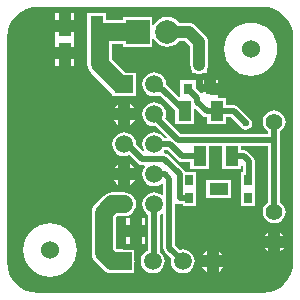
<source format=gtl>
G04 Layer_Physical_Order=1*
G04 Layer_Color=255*
%FSAX44Y44*%
%MOMM*%
G71*
G01*
G75*
%ADD10R,1.1000X1.7000*%
%ADD11R,0.8000X0.9000*%
%ADD12R,1.6000X1.0000*%
%ADD13R,0.6500X0.9000*%
%ADD14C,0.5080*%
%ADD15C,1.5000*%
%ADD16C,1.0000*%
%ADD17R,0.5080X0.6976*%
%ADD18C,2.0000*%
%ADD19R,2.0000X2.0000*%
%ADD20C,1.5000*%
%ADD21R,1.5000X1.5000*%
%ADD22C,1.4000*%
%ADD23C,1.5240*%
%ADD24R,1.5000X1.5000*%
%ADD25C,0.6000*%
G36*
X00325117Y00445725D02*
X00330037Y00444233D01*
X00334572Y00441809D01*
X00338547Y00438547D01*
X00341809Y00434572D01*
X00344233Y00430037D01*
X00345725Y00425117D01*
X00346205Y00420246D01*
X00346156Y00420000D01*
Y00231262D01*
X00346156Y00231252D01*
X00346156Y00230000D01*
X00346106Y00228751D01*
X00345725Y00224883D01*
X00344233Y00219963D01*
X00341809Y00215428D01*
X00338547Y00211453D01*
X00334572Y00208191D01*
X00330037Y00205767D01*
X00325117Y00204275D01*
X00320246Y00203795D01*
X00320000Y00203844D01*
X00130000D01*
X00129754Y00203795D01*
X00124883Y00204275D01*
X00119963Y00205767D01*
X00115428Y00208191D01*
X00111453Y00211453D01*
X00108191Y00215428D01*
X00105767Y00219963D01*
X00104275Y00224883D01*
X00103795Y00229754D01*
X00103844Y00230000D01*
Y00420000D01*
X00103795Y00420246D01*
X00104275Y00425117D01*
X00105767Y00430037D01*
X00108191Y00434572D01*
X00111453Y00438547D01*
X00115428Y00441809D01*
X00119963Y00444233D01*
X00124883Y00445725D01*
X00129754Y00446205D01*
X00130000Y00446156D01*
X00320000D01*
X00320246Y00446205D01*
X00325117Y00445725D01*
D02*
G37*
%LPC*%
G36*
X00324870Y00255178D02*
X00323066Y00253794D01*
X00321682Y00251990D01*
X00324870D01*
Y00255178D01*
D02*
G37*
G36*
X00334870D02*
Y00251990D01*
X00338058D01*
X00336674Y00253794D01*
X00334870Y00255178D01*
D02*
G37*
G36*
X00207560Y00250880D02*
X00204520D01*
Y00244840D01*
X00207560D01*
Y00250880D01*
D02*
G37*
G36*
X00220600D02*
X00217560D01*
Y00244840D01*
X00220600D01*
Y00250880D01*
D02*
G37*
G36*
X00293380Y00298940D02*
X00272380D01*
Y00283940D01*
X00293380D01*
Y00298940D01*
D02*
G37*
G36*
X00197870Y00299140D02*
X00194074D01*
X00194100Y00299077D01*
X00195709Y00296979D01*
X00197807Y00295370D01*
X00197870Y00295344D01*
Y00299140D01*
D02*
G37*
G36*
X00207560Y00266920D02*
X00204520D01*
Y00260880D01*
X00207560D01*
Y00266920D01*
D02*
G37*
G36*
X00220600D02*
X00217560D01*
Y00260880D01*
X00220600D01*
Y00266920D01*
D02*
G37*
G36*
X00272800Y00225480D02*
X00269004D01*
X00269030Y00225417D01*
X00270639Y00223319D01*
X00272737Y00221710D01*
X00272800Y00221684D01*
Y00225480D01*
D02*
G37*
G36*
X00286596D02*
X00282800D01*
Y00221684D01*
X00282863Y00221710D01*
X00284961Y00223319D01*
X00286570Y00225417D01*
X00286596Y00225480D01*
D02*
G37*
G36*
X00140000Y00262609D02*
X00135589Y00262174D01*
X00131348Y00260888D01*
X00127439Y00258799D01*
X00124013Y00255987D01*
X00121201Y00252561D01*
X00119112Y00248652D01*
X00117826Y00244411D01*
X00117391Y00240000D01*
X00117826Y00235589D01*
X00119112Y00231348D01*
X00121201Y00227439D01*
X00124013Y00224013D01*
X00127439Y00221201D01*
X00131348Y00219112D01*
X00135589Y00217826D01*
X00140000Y00217391D01*
X00144411Y00217826D01*
X00148652Y00219112D01*
X00152561Y00221201D01*
X00155987Y00224013D01*
X00158799Y00227439D01*
X00160888Y00231348D01*
X00162174Y00235589D01*
X00162609Y00240000D01*
X00162174Y00244411D01*
X00160888Y00248652D01*
X00158799Y00252561D01*
X00155987Y00255987D01*
X00152561Y00258799D01*
X00148652Y00260888D01*
X00144411Y00262174D01*
X00140000Y00262609D01*
D02*
G37*
G36*
X00202870Y00288826D02*
X00192784D01*
X00190173Y00288483D01*
X00187741Y00287475D01*
X00185652Y00285872D01*
X00178428Y00278648D01*
X00176825Y00276559D01*
X00175817Y00274127D01*
X00175474Y00271516D01*
Y00255880D01*
Y00237630D01*
X00175817Y00235019D01*
X00176825Y00232587D01*
X00178428Y00230498D01*
X00185578Y00223348D01*
X00187667Y00221745D01*
X00190100Y00220737D01*
X00191600Y00220540D01*
Y00220480D01*
X00192055D01*
X00192710Y00220394D01*
X00201600D01*
X00202255Y00220480D01*
X00211600D01*
Y00229825D01*
X00211686Y00230480D01*
X00211600Y00231135D01*
Y00240480D01*
X00202255D01*
X00201600Y00240566D01*
X00196888D01*
X00195646Y00241808D01*
Y00255880D01*
Y00267338D01*
X00196962Y00268654D01*
X00202870D01*
X00205480Y00268997D01*
X00207913Y00270005D01*
X00210002Y00271608D01*
X00211605Y00273697D01*
X00212613Y00276129D01*
X00212956Y00278740D01*
X00212613Y00281350D01*
X00211605Y00283783D01*
X00210002Y00285872D01*
X00207913Y00287475D01*
X00205480Y00288483D01*
X00202870Y00288826D01*
D02*
G37*
G36*
X00324870Y00241990D02*
X00321682D01*
X00323066Y00240186D01*
X00324870Y00238802D01*
Y00241990D01*
D02*
G37*
G36*
X00338058D02*
X00334870D01*
Y00238802D01*
X00336674Y00240186D01*
X00338058Y00241990D01*
D02*
G37*
G36*
X00272800Y00239276D02*
X00272737Y00239250D01*
X00270639Y00237641D01*
X00269030Y00235543D01*
X00269004Y00235480D01*
X00272800D01*
Y00239276D01*
D02*
G37*
G36*
X00282800D02*
Y00235480D01*
X00286596D01*
X00286570Y00235543D01*
X00284961Y00237641D01*
X00282863Y00239250D01*
X00282800Y00239276D01*
D02*
G37*
G36*
X00211666Y00299140D02*
X00207870D01*
Y00295344D01*
X00207933Y00295370D01*
X00210031Y00296979D01*
X00211640Y00299077D01*
X00211666Y00299140D01*
D02*
G37*
G36*
X00187540Y00440870D02*
X00171540D01*
Y00418870D01*
X00171540D01*
Y00418010D01*
X00171540D01*
Y00396010D01*
X00172166D01*
X00172337Y00394710D01*
X00173345Y00392277D01*
X00174948Y00390188D01*
X00191928Y00373208D01*
X00192870Y00372485D01*
Y00370340D01*
X00198405D01*
X00199060Y00370254D01*
X00202870D01*
X00203525Y00370340D01*
X00212870D01*
Y00379685D01*
X00212956Y00380340D01*
X00212870Y00380995D01*
Y00390340D01*
X00203525D01*
X00203294Y00390370D01*
X00192166Y00401498D01*
Y00414704D01*
X00201800D01*
Y00412290D01*
X00226800D01*
Y00418985D01*
X00228070Y00419238D01*
X00228381Y00418486D01*
X00230385Y00415875D01*
X00232996Y00413871D01*
X00236037Y00412612D01*
X00239300Y00412182D01*
X00242563Y00412612D01*
X00245604Y00413871D01*
X00248215Y00415875D01*
X00249251Y00417225D01*
X00254347D01*
X00258805Y00412767D01*
Y00396690D01*
X00259063Y00394732D01*
X00259819Y00392908D01*
X00259870Y00392841D01*
Y00389690D01*
X00263671D01*
X00264412Y00389383D01*
X00266370Y00389125D01*
X00268328Y00389383D01*
X00269069Y00389690D01*
X00272870D01*
Y00392841D01*
X00272921Y00392908D01*
X00273677Y00394732D01*
X00273935Y00396690D01*
Y00415900D01*
X00273935Y00415900D01*
X00273677Y00417858D01*
X00272921Y00419682D01*
X00271719Y00421249D01*
X00271719Y00421249D01*
X00262829Y00430139D01*
X00261262Y00431341D01*
X00259438Y00432097D01*
X00257480Y00432355D01*
X00249251D01*
X00248215Y00433705D01*
X00245604Y00435709D01*
X00242563Y00436968D01*
X00239300Y00437398D01*
X00236037Y00436968D01*
X00232996Y00435709D01*
X00230385Y00433705D01*
X00228381Y00431094D01*
X00228070Y00430342D01*
X00226800Y00430595D01*
Y00437290D01*
X00201800D01*
Y00434876D01*
X00187630D01*
X00187540Y00434955D01*
Y00440870D01*
D02*
G37*
G36*
X00147540Y00402010D02*
X00144500D01*
Y00395970D01*
X00147540D01*
Y00402010D01*
D02*
G37*
G36*
X00282410Y00383730D02*
X00280870D01*
Y00381690D01*
X00282410D01*
Y00383730D01*
D02*
G37*
G36*
X00310000Y00432609D02*
X00305589Y00432174D01*
X00301348Y00430888D01*
X00297439Y00428799D01*
X00294013Y00425987D01*
X00291201Y00422561D01*
X00289112Y00418652D01*
X00287826Y00414411D01*
X00287391Y00410000D01*
X00287826Y00405589D01*
X00289112Y00401348D01*
X00291201Y00397439D01*
X00294013Y00394013D01*
X00297439Y00391202D01*
X00301348Y00389112D01*
X00305589Y00387826D01*
X00310000Y00387391D01*
X00314411Y00387826D01*
X00318652Y00389112D01*
X00322561Y00391202D01*
X00325987Y00394013D01*
X00328799Y00397439D01*
X00330888Y00401348D01*
X00332174Y00405589D01*
X00332609Y00410000D01*
X00332174Y00414411D01*
X00330888Y00418652D01*
X00328799Y00422561D01*
X00325987Y00425987D01*
X00322561Y00428799D01*
X00318652Y00430888D01*
X00314411Y00432174D01*
X00310000Y00432609D01*
D02*
G37*
G36*
X00147540Y00440910D02*
X00144500D01*
Y00434870D01*
X00147540D01*
Y00440910D01*
D02*
G37*
G36*
X00160580D02*
X00157540D01*
Y00434870D01*
X00160580D01*
Y00440910D01*
D02*
G37*
G36*
Y00402010D02*
X00157540D01*
Y00395970D01*
X00160580D01*
Y00402010D01*
D02*
G37*
G36*
Y00424870D02*
X00152540D01*
X00144500D01*
Y00419320D01*
X00144500Y00418050D01*
X00144500Y00417560D01*
Y00412010D01*
X00152540D01*
X00160580D01*
Y00417560D01*
X00160580Y00418830D01*
X00160580Y00419320D01*
Y00424870D01*
D02*
G37*
G36*
X00228270Y00365026D02*
X00225660Y00364683D01*
X00223227Y00363675D01*
X00221138Y00362072D01*
X00219535Y00359983D01*
X00218527Y00357551D01*
X00218184Y00354940D01*
X00218527Y00352329D01*
X00219535Y00349897D01*
X00221138Y00347808D01*
X00223227Y00346205D01*
X00225660Y00345197D01*
X00228270Y00344854D01*
X00229639Y00345034D01*
X00238821Y00335852D01*
X00238335Y00334679D01*
X00236932D01*
X00235402Y00336672D01*
X00233313Y00338275D01*
X00230881Y00339283D01*
X00228270Y00339626D01*
X00225660Y00339283D01*
X00223227Y00338275D01*
X00221138Y00336672D01*
X00219535Y00334583D01*
X00218527Y00332150D01*
X00218184Y00329540D01*
X00218527Y00326930D01*
X00219535Y00324497D01*
X00219597Y00324417D01*
X00218640Y00323578D01*
X00212924Y00329293D01*
X00212956Y00329540D01*
X00212613Y00332150D01*
X00211605Y00334583D01*
X00210002Y00336672D01*
X00207913Y00338275D01*
X00205480Y00339283D01*
X00202870Y00339626D01*
X00200259Y00339283D01*
X00197827Y00338275D01*
X00195738Y00336672D01*
X00194135Y00334583D01*
X00193127Y00332150D01*
X00192784Y00329540D01*
X00193127Y00326930D01*
X00194135Y00324497D01*
X00195738Y00322408D01*
X00197827Y00320805D01*
X00200259Y00319797D01*
X00202870Y00319454D01*
X00205480Y00319797D01*
X00207181Y00320502D01*
X00214316Y00313366D01*
X00215984Y00312252D01*
X00217950Y00311861D01*
X00219989D01*
X00220616Y00310591D01*
X00219535Y00309183D01*
X00218527Y00306751D01*
X00218184Y00304140D01*
X00218527Y00301530D01*
X00219535Y00299097D01*
X00221138Y00297008D01*
X00223227Y00295405D01*
X00225660Y00294397D01*
X00228270Y00294054D01*
X00230881Y00294397D01*
X00233313Y00295405D01*
X00234561Y00296363D01*
X00235831Y00295737D01*
Y00287143D01*
X00234561Y00286517D01*
X00233313Y00287475D01*
X00230881Y00288483D01*
X00228270Y00288826D01*
X00225660Y00288483D01*
X00223227Y00287475D01*
X00221138Y00285872D01*
X00219535Y00283783D01*
X00218527Y00281350D01*
X00218184Y00278740D01*
X00218527Y00276129D01*
X00219535Y00273697D01*
X00221138Y00271608D01*
X00223131Y00270078D01*
Y00239701D01*
X00221957Y00239215D01*
X00219868Y00237612D01*
X00218265Y00235523D01*
X00217257Y00233090D01*
X00216914Y00230480D01*
X00217257Y00227869D01*
X00218265Y00225437D01*
X00219868Y00223348D01*
X00221957Y00221745D01*
X00224389Y00220737D01*
X00227000Y00220394D01*
X00229611Y00220737D01*
X00232043Y00221745D01*
X00234132Y00223348D01*
X00235735Y00225437D01*
X00236743Y00227869D01*
X00237086Y00230480D01*
X00236743Y00233090D01*
X00235735Y00235523D01*
X00234132Y00237612D01*
X00233409Y00238167D01*
Y00270078D01*
X00234561Y00270963D01*
X00235831Y00270336D01*
Y00241910D01*
X00236222Y00239944D01*
X00237336Y00238276D01*
X00242642Y00232971D01*
X00242314Y00230480D01*
X00242657Y00227869D01*
X00243665Y00225437D01*
X00245268Y00223348D01*
X00247357Y00221745D01*
X00249790Y00220737D01*
X00252400Y00220394D01*
X00255011Y00220737D01*
X00257443Y00221745D01*
X00259532Y00223348D01*
X00261135Y00225437D01*
X00262143Y00227869D01*
X00262486Y00230480D01*
X00262143Y00233090D01*
X00261135Y00235523D01*
X00259532Y00237612D01*
X00257443Y00239215D01*
X00255011Y00240223D01*
X00252400Y00240566D01*
X00249909Y00240238D01*
X00246109Y00244039D01*
Y00278738D01*
X00247379Y00279416D01*
X00247894Y00279072D01*
X00249860Y00278681D01*
X00252380D01*
Y00276940D01*
X00263880D01*
Y00290940D01*
X00263880D01*
Y00291940D01*
X00263880D01*
Y00305940D01*
X00254625D01*
X00254588Y00306126D01*
X00253474Y00307794D01*
X00240634Y00320634D01*
X00238967Y00321748D01*
X00237000Y00322139D01*
X00236796D01*
X00236170Y00323409D01*
X00236932Y00324401D01*
X00239552D01*
X00248207Y00315746D01*
X00249874Y00314632D01*
X00251840Y00314241D01*
X00258840D01*
Y00308380D01*
X00274840D01*
Y00328211D01*
X00285840D01*
Y00308380D01*
X00301840D01*
Y00311453D01*
X00303110Y00312132D01*
X00303141Y00312111D01*
Y00305940D01*
X00301880D01*
Y00292210D01*
X00301880Y00291940D01*
Y00290940D01*
X00301880Y00290670D01*
Y00276940D01*
X00313380D01*
Y00290670D01*
X00313380Y00290940D01*
Y00291940D01*
X00313380Y00292210D01*
Y00299395D01*
X00313419Y00299590D01*
Y00315570D01*
X00313028Y00317537D01*
X00311914Y00319204D01*
X00308104Y00323014D01*
X00306437Y00324128D01*
X00304470Y00324519D01*
X00301840D01*
Y00328211D01*
X00324731D01*
Y00280421D01*
X00323095Y00279165D01*
X00321572Y00277181D01*
X00320615Y00274870D01*
X00320288Y00272390D01*
X00320615Y00269910D01*
X00321572Y00267599D01*
X00323095Y00265615D01*
X00325079Y00264092D01*
X00327390Y00263135D01*
X00329870Y00262808D01*
X00332350Y00263135D01*
X00334661Y00264092D01*
X00336646Y00265615D01*
X00338168Y00267599D01*
X00339126Y00269910D01*
X00339452Y00272390D01*
X00339126Y00274870D01*
X00338168Y00277181D01*
X00336646Y00279165D01*
X00335009Y00280421D01*
Y00333350D01*
Y00340559D01*
X00336646Y00341815D01*
X00338168Y00343799D01*
X00339126Y00346110D01*
X00339452Y00348590D01*
X00339126Y00351070D01*
X00338168Y00353381D01*
X00336646Y00355365D01*
X00334661Y00356888D01*
X00332350Y00357845D01*
X00329870Y00358172D01*
X00327390Y00357845D01*
X00325079Y00356888D01*
X00323095Y00355365D01*
X00321572Y00353381D01*
X00320615Y00351070D01*
X00320288Y00348590D01*
X00320615Y00346110D01*
X00321572Y00343799D01*
X00323095Y00341815D01*
X00324731Y00340559D01*
Y00338489D01*
X00250718D01*
X00237680Y00351527D01*
X00238013Y00352329D01*
X00238356Y00354940D01*
X00238013Y00357551D01*
X00237005Y00359983D01*
X00235402Y00362072D01*
X00233313Y00363675D01*
X00230881Y00364683D01*
X00228270Y00365026D01*
D02*
G37*
G36*
Y00390426D02*
X00225660Y00390083D01*
X00223227Y00389075D01*
X00221138Y00387472D01*
X00219535Y00385383D01*
X00218527Y00382951D01*
X00218184Y00380340D01*
X00218527Y00377729D01*
X00219535Y00375297D01*
X00221138Y00373208D01*
X00223227Y00371605D01*
X00225660Y00370597D01*
X00228270Y00370254D01*
X00230881Y00370597D01*
X00232797Y00371391D01*
X00232962D01*
X00246140Y00358213D01*
Y00346480D01*
X00262140D01*
Y00359133D01*
X00263313Y00359619D01*
X00269086Y00353846D01*
X00270753Y00352732D01*
X00272720Y00352341D01*
X00273140D01*
Y00346480D01*
X00289140D01*
Y00352341D01*
X00293451D01*
X00300544Y00345248D01*
X00300559Y00345174D01*
X00301775Y00343355D01*
X00303594Y00342139D01*
X00305740Y00341712D01*
X00307886Y00342139D01*
X00309705Y00343355D01*
X00310921Y00345174D01*
X00311348Y00347320D01*
X00310921Y00349466D01*
X00309705Y00351285D01*
X00307886Y00352501D01*
X00307812Y00352516D01*
X00299214Y00361114D01*
X00297547Y00362228D01*
X00295580Y00362619D01*
X00289140D01*
Y00368480D01*
X00282651D01*
X00282410Y00369650D01*
X00282410D01*
Y00371690D01*
X00275870D01*
Y00376690D01*
X00270870D01*
Y00383730D01*
X00269330D01*
Y00373126D01*
X00268060Y00372767D01*
X00263370Y00377457D01*
Y00383690D01*
X00250370D01*
Y00370313D01*
X00249100Y00369787D01*
X00238724Y00380164D01*
X00238346Y00380416D01*
X00238013Y00382951D01*
X00237005Y00385383D01*
X00235402Y00387472D01*
X00233313Y00389075D01*
X00230881Y00390083D01*
X00228270Y00390426D01*
D02*
G37*
G36*
X00197870Y00312936D02*
X00197807Y00312910D01*
X00195709Y00311301D01*
X00194100Y00309203D01*
X00194074Y00309140D01*
X00197870D01*
Y00312936D01*
D02*
G37*
G36*
X00207870D02*
Y00309140D01*
X00211666D01*
X00211640Y00309203D01*
X00210031Y00311301D01*
X00207933Y00312910D01*
X00207870Y00312936D01*
D02*
G37*
G36*
X00197870Y00363736D02*
X00197807Y00363710D01*
X00195709Y00362101D01*
X00194100Y00360003D01*
X00194074Y00359940D01*
X00197870D01*
Y00363736D01*
D02*
G37*
G36*
X00207870D02*
Y00359940D01*
X00211666D01*
X00211640Y00360003D01*
X00210031Y00362101D01*
X00207933Y00363710D01*
X00207870Y00363736D01*
D02*
G37*
G36*
X00197870Y00349940D02*
X00194074D01*
X00194100Y00349877D01*
X00195709Y00347779D01*
X00197807Y00346170D01*
X00197870Y00346144D01*
Y00349940D01*
D02*
G37*
G36*
X00211666D02*
X00207870D01*
Y00346144D01*
X00207933Y00346170D01*
X00210031Y00347779D01*
X00211640Y00349877D01*
X00211666Y00349940D01*
D02*
G37*
%LPD*%
D10*
X00281140Y00357480D02*
D03*
X00254140D02*
D03*
X00185560Y00255880D02*
D03*
X00212560D02*
D03*
X00179540Y00429870D02*
D03*
X00152540D02*
D03*
X00179540Y00407010D02*
D03*
X00152540D02*
D03*
X00266840Y00319380D02*
D03*
X00293840D02*
D03*
D11*
X00256870Y00376690D02*
D03*
X00275870D02*
D03*
X00266370Y00396690D02*
D03*
D12*
X00282880Y00291440D02*
D03*
D13*
X00258130Y00298940D02*
D03*
Y00283940D02*
D03*
X00307630Y00298940D02*
D03*
Y00283940D02*
D03*
D14*
X00235090Y00376530D02*
X00254140Y00357480D01*
X00228270Y00376530D02*
X00235090D01*
X00264680Y00365520D02*
Y00368880D01*
Y00365520D02*
X00272720Y00357480D01*
X00281140D01*
X00248590Y00333350D02*
X00329870D01*
X00230810Y00351130D02*
X00248590Y00333350D01*
X00228270Y00351130D02*
X00230810D01*
X00329870Y00333350D02*
Y00348590D01*
Y00272390D02*
Y00333350D01*
X00256870Y00376690D02*
X00264680Y00368880D01*
X00228270Y00231750D02*
Y00274930D01*
X00227000Y00230480D02*
X00228270Y00231750D01*
X00281140Y00357480D02*
X00295580D01*
X00305740Y00347320D01*
X00228270Y00304140D02*
X00237160D01*
X00228270Y00329540D02*
X00241680D01*
X00202870D02*
X00205410D01*
X00217950Y00317000D01*
X00237000D01*
X00241680Y00329540D02*
X00251840Y00319380D01*
X00266840D01*
X00293840D02*
X00304470D01*
X00308280Y00315570D01*
Y00299590D02*
Y00315570D01*
X00307630Y00298940D02*
X00308280Y00299590D01*
X00240970Y00241910D02*
X00252400Y00230480D01*
X00240970Y00241910D02*
Y00300330D01*
X00237160Y00304140D02*
X00240970Y00300330D01*
X00237000Y00317000D02*
X00249840Y00304160D01*
Y00292332D02*
Y00304160D01*
Y00292332D02*
X00249860Y00292312D01*
Y00283820D02*
Y00292312D01*
Y00283820D02*
X00258010D01*
X00258130Y00283940D01*
D15*
X00182080Y00419240D02*
X00187630Y00424790D01*
X00214300D01*
X00185560Y00237630D02*
Y00255880D01*
Y00237630D02*
X00192710Y00230480D01*
X00201600D01*
X00199060Y00380340D02*
X00202870D01*
X00182080Y00397320D02*
X00199060Y00380340D01*
X00182080Y00397320D02*
Y00419240D01*
X00185560Y00255880D02*
Y00271516D01*
X00192784Y00278740D01*
X00202870D01*
D16*
X00239300Y00424790D02*
X00257480D01*
X00266370Y00415900D01*
Y00396690D02*
Y00415900D01*
D17*
X00270180Y00376852D02*
D03*
D18*
X00239300Y00424790D02*
D03*
D19*
X00214300D02*
D03*
D20*
X00227000Y00230480D02*
D03*
X00252400D02*
D03*
X00277800D02*
D03*
X00228270Y00304140D02*
D03*
Y00329540D02*
D03*
Y00354940D02*
D03*
Y00380340D02*
D03*
X00202870Y00304140D02*
D03*
Y00329540D02*
D03*
Y00354940D02*
D03*
Y00278740D02*
D03*
X00228270D02*
D03*
D21*
X00201600Y00230480D02*
D03*
D22*
X00329870Y00272390D02*
D03*
Y00348590D02*
D03*
Y00246990D02*
D03*
D23*
X00310000Y00410000D02*
D03*
X00140000Y00240000D02*
D03*
D24*
X00202870Y00380340D02*
D03*
D25*
X00305740Y00347320D02*
D03*
X00138100Y00405740D02*
D03*
X00155880Y00358750D02*
D03*
X00138100Y00431140D02*
D03*
X00159690Y00283820D02*
D03*
X00177470Y00219050D02*
D03*
X00294310Y00386690D02*
D03*
X00256210Y00389230D02*
D03*
M02*

</source>
